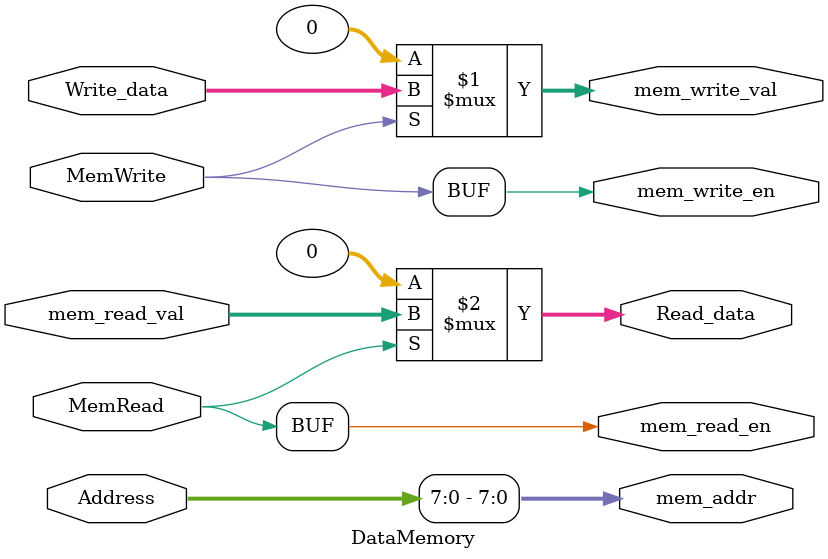
<source format=v>
`ifndef __DATAMEMORY_V__
`define __DATAMEMORY_V__

module DataMemory (
	input wire [31:0] Address,
	input wire [31:0] Write_data,
	input wire MemRead,
	input wire MemWrite,
	output wire [31:0] Read_data,

	output wire [7:0] mem_addr,
	output wire mem_read_en,
	output wire mem_write_en,
	input wire [31:0] mem_read_val,
	output wire [31:0] mem_write_val
	);

	assign mem_addr = Address;
	assign mem_read_en = MemRead;
	assign mem_write_en = MemWrite;
	assign mem_write_val = MemWrite ? Write_data : 0;
	assign Read_data = MemRead ? mem_read_val : 0;

endmodule

`endif /*__DATAMEMORY_V__*/

</source>
